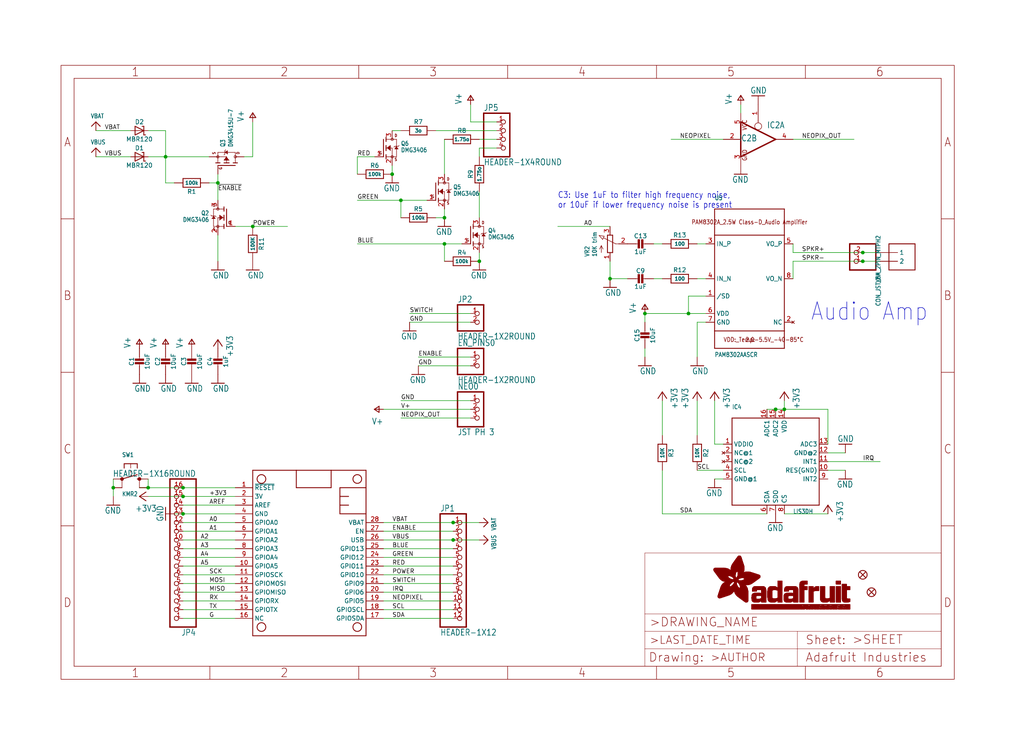
<source format=kicad_sch>
(kicad_sch (version 20211123) (generator eeschema)
  (paper "User" 298.45 217.881)
  (lib_symbols
    (symbol "eagleSchem-eagle-import:+3V3" (power)
      (property "Value" "+3V3" (at -2.54 -5.08 90))
      (symbol "+3V3_1_0"
        (pin power_in line (at 0 -2.54 90) (length 2.54) (name "+3V3") (number "1"))
      )
    )
    (symbol "eagleSchem-eagle-import:741G125DBV"
      (property "Reference" "IC" (at -0.635 -0.635 0))
      (symbol "741G125DBV_1_0"
        (pin input line (at 0 10.16 270) (length 5.08) (name "OE") (number "1"))
        (pin input line (at -10.16 0 0) (length 5.08) (name "I") (number "2"))
        (pin tri_state line (at 10.16 0 180) (length 5.08) (name "O") (number "4"))
      )
      (symbol "741G125DBV_2_0"
        (text "GND" (at 1.905 -6.35 900) (effects (font (size 1.27 1.0795)) (justify left bottom)))
        (text "VCC" (at 1.905 2.54 900) (effects (font (size 1.27 1.0795)) (justify left bottom)))
        (pin power_in line (at 0 -7.62 90) (length 5.08) (name "GND") (number "3"))
        (pin power_in line (at 0 7.62 270) (length 5.08) (name "VCC") (number "5"))
      )
    )
    (symbol "eagleSchem-eagle-import:ACCEL_LIS3DHTR"
      (property "Reference" "U" (at -12.7 15.24 0))
      (property "Value" "ACCEL_LIS3DHTR" (at 5.08 -15.24 0))
      (symbol "ACCEL_LIS3DHTR_1_0"
        (pin power_in line (at -15.24 5.08 0) (length 2.54) (name "VDDIO") (number "1"))
        (pin bidirectional line (at 15.24 -2.54 180) (length 2.54) (name "RES(GND)") (number "10"))
        (pin output line (at 15.24 0 180) (length 2.54) (name "INT1") (number "11"))
        (pin power_in line (at 15.24 2.54 180) (length 2.54) (name "GND@2") (number "12"))
        (pin input line (at 15.24 5.08 180) (length 2.54) (name "ADC3") (number "13"))
        (pin power_in line (at 2.54 15.24 270) (length 2.54) (name "VDD") (number "14"))
        (pin input line (at 0 15.24 270) (length 2.54) (name "ADC2") (number "15"))
        (pin input line (at -2.54 15.24 270) (length 2.54) (name "ADC1") (number "16"))
        (pin no_connect line (at -15.24 2.54 0) (length 2.54) (name "NC@1") (number "2"))
        (pin no_connect line (at -15.24 0 0) (length 2.54) (name "NC@2") (number "3"))
        (pin bidirectional line (at -15.24 -2.54 0) (length 2.54) (name "SCL") (number "4"))
        (pin power_in line (at -15.24 -5.08 0) (length 2.54) (name "GND@1") (number "5"))
        (pin bidirectional line (at -2.54 -15.24 90) (length 2.54) (name "SDA") (number "6"))
        (pin bidirectional line (at 0 -15.24 90) (length 2.54) (name "SDO") (number "7"))
        (pin input line (at 2.54 -15.24 90) (length 2.54) (name "CS") (number "8"))
        (pin output line (at 15.24 -5.08 180) (length 2.54) (name "INT2") (number "9"))
      )
    )
    (symbol "eagleSchem-eagle-import:AUDIOAMP_PAM8302A"
      (property "Reference" "U" (at -10.16 22.86 0))
      (property "Value" "AUDIOAMP_PAM8302A" (at -10.16 -22.86 0))
      (symbol "AUDIOAMP_PAM8302A_1_0"
        (text "2.0-5.5V_-40-85°C" (at -1.27 -17.78 0) (effects (font (size 1.27 1.0795)) (justify left)))
        (text "PAM8302A_2.5W Class-D_Audio Amplifier" (at 0 16.51 0) (effects (font (size 1.27 1.0795))))
        (text "VDD:_Temp:" (at -7.62 -17.78 0) (effects (font (size 1.27 1.0795)) (justify left)))
        (pin input line (at -12.7 -5.08 0) (length 2.54) (name "/SD") (number "1"))
        (pin no_connect line (at 12.7 -12.7 180) (length 2.54) (name "NC") (number "2"))
        (pin input line (at -12.7 10.16 0) (length 2.54) (name "IN_P") (number "3"))
        (pin input line (at -12.7 0 0) (length 2.54) (name "IN_N") (number "4"))
        (pin output line (at 12.7 10.16 180) (length 2.54) (name "VO_P") (number "5"))
        (pin power_in line (at -12.7 -10.16 0) (length 2.54) (name "VDD") (number "6"))
        (pin power_in line (at -12.7 -12.7 0) (length 2.54) (name "GND") (number "7"))
        (pin output line (at 12.7 0 180) (length 2.54) (name "VO_N") (number "8"))
      )
    )
    (symbol "eagleSchem-eagle-import:CAP_CERAMIC0603_NO"
      (property "Reference" "C" (at -2.29 1.25 90))
      (property "Value" "CAP_CERAMIC0603_NO" (at 2.3 1.25 90))
      (symbol "CAP_CERAMIC0603_NO_1_0"
        (pin passive line (at 0 5.08 270) (length 2.54) (name "1") (number "1"))
        (pin passive line (at 0 -2.54 90) (length 2.54) (name "2") (number "2"))
      )
    )
    (symbol "eagleSchem-eagle-import:CAP_CERAMIC0805-NOOUTLINE"
      (property "Reference" "C" (at -2.29 1.25 90))
      (property "Value" "CAP_CERAMIC0805-NOOUTLINE" (at 2.3 1.25 90))
      (symbol "CAP_CERAMIC0805-NOOUTLINE_1_0"
        (pin passive line (at 0 5.08 270) (length 2.54) (name "1") (number "1"))
        (pin passive line (at 0 -2.54 90) (length 2.54) (name "2") (number "2"))
      )
    )
    (symbol "eagleSchem-eagle-import:CON_JST_PH_2PIN_MTPH2"
      (property "Reference" "X" (at 0 5.588 90))
      (property "Value" "CON_JST_PH_2PIN_MTPH2" (at 1.651 5.588 90))
      (symbol "CON_JST_PH_2PIN_MTPH2_1_0"
        (pin passive inverted (at -2.54 2.54 0) (length 2.54) (name "1") (number "1"))
        (pin passive inverted (at -2.54 0 0) (length 2.54) (name "2") (number "2"))
      )
      (symbol "CON_JST_PH_2PIN_MTPH2_2_0"
        (pin bidirectional line (at 0 0 90) (length 2.54) (name "P$1") (number "NC2"))
      )
      (symbol "CON_JST_PH_2PIN_MTPH2_3_0"
        (pin bidirectional line (at 0 0 90) (length 2.54) (name "P$1") (number "NC1"))
      )
    )
    (symbol "eagleSchem-eagle-import:CON_JST_PH_3PIN"
      (property "Reference" "X" (at -6.35 5.715 0))
      (property "Value" "CON_JST_PH_3PIN" (at -6.35 -7.62 0))
      (symbol "CON_JST_PH_3PIN_1_0"
        (pin passive inverted (at -2.54 2.54 0) (length 2.54) (name "1") (number "1"))
        (pin passive inverted (at -2.54 0 0) (length 2.54) (name "2") (number "2"))
        (pin passive inverted (at -2.54 -2.54 0) (length 2.54) (name "3") (number "3"))
      )
    )
    (symbol "eagleSchem-eagle-import:CON_MOLEX_2P"
      (symbol "CON_MOLEX_2P_1_0"
        (pin passive line (at -5.08 2.54 0) (length 5.08) (name "1") (number "1"))
        (pin passive line (at -5.08 0 0) (length 5.08) (name "2") (number "2"))
      )
      (symbol "CON_MOLEX_2P_2_0"
        (pin bidirectional line (at 0 0 0) (length 5.08) (name "MT") (number "M1"))
      )
      (symbol "CON_MOLEX_2P_3_0"
        (pin bidirectional line (at 0 0 0) (length 5.08) (name "MT") (number "M2"))
      )
    )
    (symbol "eagleSchem-eagle-import:DIODE-SCHOTTKYSOD-123"
      (property "Reference" "D" (at 0 2.54 0))
      (property "Value" "DIODE-SCHOTTKYSOD-123" (at 0 -2.5 0))
      (symbol "DIODE-SCHOTTKYSOD-123_1_0"
        (pin passive line (at -2.54 0 0) (length 2.54) (name "A") (number "A"))
        (pin passive line (at 2.54 0 180) (length 2.54) (name "C") (number "C"))
      )
    )
    (symbol "eagleSchem-eagle-import:FEATHERWING"
      (symbol "FEATHERWING_1_0"
        (pin input line (at 5.08 -5.08 90) (length 5.08) (name "~{RESET}") (number "1"))
        (pin bidirectional line (at 27.94 -5.08 90) (length 5.08) (name "GPIOA5") (number "10"))
        (pin bidirectional line (at 30.48 -5.08 90) (length 5.08) (name "GPIOSCK") (number "11"))
        (pin bidirectional line (at 33.02 -5.08 90) (length 5.08) (name "GPIOMOSI") (number "12"))
        (pin bidirectional line (at 35.56 -5.08 90) (length 5.08) (name "GPIOMISO") (number "13"))
        (pin bidirectional line (at 38.1 -5.08 90) (length 5.08) (name "GPIORX") (number "14"))
        (pin bidirectional line (at 40.64 -5.08 90) (length 5.08) (name "GPIOTX") (number "15"))
        (pin passive line (at 43.18 -5.08 90) (length 5.08) (name "NC") (number "16"))
        (pin bidirectional line (at 43.18 38.1 270) (length 5.08) (name "GPIOSDA") (number "17"))
        (pin bidirectional line (at 40.64 38.1 270) (length 5.08) (name "GPIOSCL") (number "18"))
        (pin bidirectional line (at 38.1 38.1 270) (length 5.08) (name "GPIO5") (number "19"))
        (pin power_in line (at 7.62 -5.08 90) (length 5.08) (name "3V") (number "2"))
        (pin bidirectional line (at 35.56 38.1 270) (length 5.08) (name "GPIO6") (number "20"))
        (pin bidirectional line (at 33.02 38.1 270) (length 5.08) (name "GPIO9") (number "21"))
        (pin bidirectional line (at 30.48 38.1 270) (length 5.08) (name "GPIO10") (number "22"))
        (pin bidirectional line (at 27.94 38.1 270) (length 5.08) (name "GPIO11") (number "23"))
        (pin bidirectional line (at 25.4 38.1 270) (length 5.08) (name "GPIO12") (number "24"))
        (pin bidirectional line (at 22.86 38.1 270) (length 5.08) (name "GPIO13") (number "25"))
        (pin power_in line (at 20.32 38.1 270) (length 5.08) (name "USB") (number "26"))
        (pin passive line (at 17.78 38.1 270) (length 5.08) (name "EN") (number "27"))
        (pin power_in line (at 15.24 38.1 270) (length 5.08) (name "VBAT") (number "28"))
        (pin passive line (at 10.16 -5.08 90) (length 5.08) (name "AREF") (number "3"))
        (pin power_in line (at 12.7 -5.08 90) (length 5.08) (name "GND") (number "4"))
        (pin bidirectional line (at 15.24 -5.08 90) (length 5.08) (name "GPIOA0") (number "5"))
        (pin bidirectional line (at 17.78 -5.08 90) (length 5.08) (name "GPIOA1") (number "6"))
        (pin bidirectional line (at 20.32 -5.08 90) (length 5.08) (name "GPIOA2") (number "7"))
        (pin bidirectional line (at 22.86 -5.08 90) (length 5.08) (name "GPIOA3") (number "8"))
        (pin bidirectional line (at 25.4 -5.08 90) (length 5.08) (name "GPIOA4") (number "9"))
      )
    )
    (symbol "eagleSchem-eagle-import:FIDUCIAL_1MM")
    (symbol "eagleSchem-eagle-import:FRAME_A4_ADAFRUIT"
      (symbol "FRAME_A4_ADAFRUIT_1_0"
        (text "1" (at 21.6958 1.905 0) (effects (font (size 2.54 2.286))))
        (text "1" (at 21.6958 177.165 0) (effects (font (size 2.54 2.286))))
        (text "2" (at 65.0875 1.905 0) (effects (font (size 2.54 2.286))))
        (text "2" (at 65.0875 177.165 0) (effects (font (size 2.54 2.286))))
        (text "3" (at 108.4792 1.905 0) (effects (font (size 2.54 2.286))))
        (text "3" (at 108.4792 177.165 0) (effects (font (size 2.54 2.286))))
        (text "4" (at 151.8708 1.905 0) (effects (font (size 2.54 2.286))))
        (text "4" (at 151.8708 177.165 0) (effects (font (size 2.54 2.286))))
        (text "5" (at 195.2625 1.905 0) (effects (font (size 2.54 2.286))))
        (text "5" (at 195.2625 177.165 0) (effects (font (size 2.54 2.286))))
        (text "6" (at 238.6542 1.905 0) (effects (font (size 2.54 2.286))))
        (text "6" (at 238.6542 177.165 0) (effects (font (size 2.54 2.286))))
        (text ">AUTHOR" (at 189.23 5.08 0) (effects (font (size 2.286 2.286)) (justify left bottom)))
        (text ">DRAWING_NAME" (at 171.45 15.24 0) (effects (font (size 2.54 2.54)) (justify left bottom)))
        (text ">LAST_DATE_TIME" (at 171.45 10.16 0) (effects (font (size 2.286 2.286)) (justify left bottom)))
        (text ">SHEET" (at 230.505 10.16 0) (effects (font (size 2.54 2.54)) (justify left bottom)))
        (text "A" (at 1.905 156.6863 0) (effects (font (size 2.54 2.286))))
        (text "A" (at 258.445 156.6863 0) (effects (font (size 2.54 2.286))))
        (text "Adafruit Industries" (at 216.916 4.953 0) (effects (font (size 2.54 2.54)) (justify left bottom)))
        (text "B" (at 1.905 111.9188 0) (effects (font (size 2.54 2.286))))
        (text "B" (at 258.445 111.9188 0) (effects (font (size 2.54 2.286))))
        (text "C" (at 1.905 67.1513 0) (effects (font (size 2.54 2.286))))
        (text "C" (at 258.445 67.1513 0) (effects (font (size 2.54 2.286))))
        (text "D" (at 1.905 22.3838 0) (effects (font (size 2.54 2.286))))
        (text "D" (at 258.445 22.3838 0) (effects (font (size 2.54 2.286))))
        (text "Drawing:" (at 171.196 4.953 0) (effects (font (size 2.54 2.54)) (justify left bottom)))
        (text "Sheet:" (at 216.916 10.033 0) (effects (font (size 2.54 2.54)) (justify left bottom)))
      )
    )
    (symbol "eagleSchem-eagle-import:GND" (power)
      (property "Value" "GND" (at -2.54 -2.54 0))
      (symbol "GND_1_0"
        (pin power_in line (at 0 2.54 270) (length 2.54) (name "GND") (number "1"))
      )
    )
    (symbol "eagleSchem-eagle-import:HEADER-1X12"
      (property "Reference" "JP" (at -6.35 18.415 0))
      (property "Value" "HEADER-1X12" (at -6.35 -17.78 0))
      (symbol "HEADER-1X12_1_0"
        (pin passive inverted (at -2.54 15.24 0) (length 2.54) (name "1") (number "1"))
        (pin passive inverted (at -2.54 -7.62 0) (length 2.54) (name "10") (number "10"))
        (pin passive inverted (at -2.54 -10.16 0) (length 2.54) (name "11") (number "11"))
        (pin passive inverted (at -2.54 -12.7 0) (length 2.54) (name "12") (number "12"))
        (pin passive inverted (at -2.54 12.7 0) (length 2.54) (name "2") (number "2"))
        (pin passive inverted (at -2.54 10.16 0) (length 2.54) (name "3") (number "3"))
        (pin passive inverted (at -2.54 7.62 0) (length 2.54) (name "4") (number "4"))
        (pin passive inverted (at -2.54 5.08 0) (length 2.54) (name "5") (number "5"))
        (pin passive inverted (at -2.54 2.54 0) (length 2.54) (name "6") (number "6"))
        (pin passive inverted (at -2.54 0 0) (length 2.54) (name "7") (number "7"))
        (pin passive inverted (at -2.54 -2.54 0) (length 2.54) (name "8") (number "8"))
        (pin passive inverted (at -2.54 -5.08 0) (length 2.54) (name "9") (number "9"))
      )
    )
    (symbol "eagleSchem-eagle-import:HEADER-1X16ROUND"
      (property "Reference" "JP" (at -6.35 20.955 0))
      (property "Value" "HEADER-1X16ROUND" (at -6.35 -25.4 0))
      (symbol "HEADER-1X16ROUND_1_0"
        (pin passive inverted (at -2.54 17.78 0) (length 2.54) (name "1") (number "1"))
        (pin passive inverted (at -2.54 -5.08 0) (length 2.54) (name "10") (number "10"))
        (pin passive inverted (at -2.54 -7.62 0) (length 2.54) (name "11") (number "11"))
        (pin passive inverted (at -2.54 -10.16 0) (length 2.54) (name "12") (number "12"))
        (pin passive inverted (at -2.54 -12.7 0) (length 2.54) (name "13") (number "13"))
        (pin passive inverted (at -2.54 -15.24 0) (length 2.54) (name "14") (number "14"))
        (pin passive inverted (at -2.54 -17.78 0) (length 2.54) (name "15") (number "15"))
        (pin passive inverted (at -2.54 -20.32 0) (length 2.54) (name "16") (number "16"))
        (pin passive inverted (at -2.54 15.24 0) (length 2.54) (name "2") (number "2"))
        (pin passive inverted (at -2.54 12.7 0) (length 2.54) (name "3") (number "3"))
        (pin passive inverted (at -2.54 10.16 0) (length 2.54) (name "4") (number "4"))
        (pin passive inverted (at -2.54 7.62 0) (length 2.54) (name "5") (number "5"))
        (pin passive inverted (at -2.54 5.08 0) (length 2.54) (name "6") (number "6"))
        (pin passive inverted (at -2.54 2.54 0) (length 2.54) (name "7") (number "7"))
        (pin passive inverted (at -2.54 0 0) (length 2.54) (name "8") (number "8"))
        (pin passive inverted (at -2.54 -2.54 0) (length 2.54) (name "9") (number "9"))
      )
    )
    (symbol "eagleSchem-eagle-import:HEADER-1X2ROUND"
      (property "Reference" "JP" (at -6.35 5.715 0))
      (property "Value" "HEADER-1X2ROUND" (at -6.35 -5.08 0))
      (symbol "HEADER-1X2ROUND_1_0"
        (pin passive inverted (at -2.54 2.54 0) (length 2.54) (name "1") (number "1"))
        (pin passive inverted (at -2.54 0 0) (length 2.54) (name "2") (number "2"))
      )
    )
    (symbol "eagleSchem-eagle-import:HEADER-1X4ROUND"
      (property "Reference" "JP" (at -6.35 8.255 0))
      (property "Value" "HEADER-1X4ROUND" (at -6.35 -7.62 0))
      (symbol "HEADER-1X4ROUND_1_0"
        (pin passive inverted (at -2.54 5.08 0) (length 2.54) (name "1") (number "1"))
        (pin passive inverted (at -2.54 2.54 0) (length 2.54) (name "2") (number "2"))
        (pin passive inverted (at -2.54 0 0) (length 2.54) (name "3") (number "3"))
        (pin passive inverted (at -2.54 -2.54 0) (length 2.54) (name "4") (number "4"))
      )
    )
    (symbol "eagleSchem-eagle-import:MOSFET-NWIDE"
      (property "Reference" "Q" (at 5.08 0.635 0))
      (property "Value" "MOSFET-NWIDE" (at 5.08 -1.27 0))
      (symbol "MOSFET-NWIDE_1_0"
        (text "D" (at 3.175 3.175 0) (effects (font (size 0.8128 0.6908)) (justify left bottom)))
        (text "G" (at -1.27 -1.905 0) (effects (font (size 0.8128 0.6908)) (justify left bottom)))
        (text "S" (at 3.175 -3.81 0) (effects (font (size 0.8128 0.6908)) (justify left bottom)))
        (pin bidirectional line (at -2.54 -2.54 0) (length 2.54) (name "G") (number "1"))
        (pin bidirectional line (at 2.54 -5.08 90) (length 2.54) (name "S") (number "2"))
        (pin bidirectional line (at 2.54 5.08 270) (length 2.54) (name "D") (number "3"))
      )
    )
    (symbol "eagleSchem-eagle-import:MOSFET-PWIDE"
      (property "Reference" "Q" (at 2.794 0.381 0))
      (property "Value" "MOSFET-PWIDE" (at 2.794 -1.905 0))
      (symbol "MOSFET-PWIDE_1_0"
        (text "D" (at 0.635 -3.81 0) (effects (font (size 0.8128 0.6908)) (justify left bottom)))
        (text "G" (at -3.81 1.27 0) (effects (font (size 0.8128 0.6908)) (justify left bottom)))
        (text "S" (at 0.635 3.175 0) (effects (font (size 0.8128 0.6908)) (justify left bottom)))
        (pin passive line (at -5.08 2.54 0) (length 2.54) (name "G") (number "1"))
        (pin passive line (at 0 5.08 270) (length 2.54) (name "S") (number "2"))
        (pin passive line (at 0 -5.08 90) (length 2.54) (name "D") (number "3"))
      )
    )
    (symbol "eagleSchem-eagle-import:RESISTOR_0603_NOOUT"
      (property "Reference" "R" (at 0 2.54 0))
      (property "Value" "RESISTOR_0603_NOOUT" (at 0 0 0))
      (symbol "RESISTOR_0603_NOOUT_1_0"
        (pin passive line (at -5.08 0 0) (length 2.54) (name "1") (number "1"))
        (pin passive line (at 5.08 0 180) (length 2.54) (name "2") (number "2"))
      )
    )
    (symbol "eagleSchem-eagle-import:RESISTOR_1206"
      (property "Reference" "R" (at 0 2.54 0))
      (property "Value" "RESISTOR_1206" (at 0 0 0))
      (symbol "RESISTOR_1206_1_0"
        (pin passive line (at -5.08 0 0) (length 2.54) (name "1") (number "1"))
        (pin passive line (at 5.08 0 180) (length 2.54) (name "2") (number "2"))
      )
    )
    (symbol "eagleSchem-eagle-import:SWITCH_TACT_SMT4.6X2.8"
      (property "Reference" "SW" (at -2.54 6.35 0))
      (property "Value" "SWITCH_TACT_SMT4.6X2.8" (at -2.54 -5.08 0))
      (symbol "SWITCH_TACT_SMT4.6X2.8_1_0"
        (pin passive line (at -5.08 0 0) (length 2.54) (name "P") (number "A"))
        (pin passive line (at -5.08 -2.54 0) (length 2.54) (name "P1") (number "A'"))
        (pin passive line (at 5.08 0 180) (length 2.54) (name "S") (number "B"))
        (pin passive line (at 5.08 -2.54 180) (length 2.54) (name "S1") (number "B'"))
      )
    )
    (symbol "eagleSchem-eagle-import:TRIMPOT3303W{slash}X"
      (property "Reference" "VR" (at -5.969 -3.81 90))
      (property "Value" "TRIMPOT3303W{slash}X" (at -3.81 -3.81 90))
      (symbol "TRIMPOT3303W{slash}X_1_0"
        (pin passive line (at 0 -5.08 90) (length 2.54) (name "A") (number "1"))
        (pin passive line (at 5.08 0 180) (length 2.54) (name "S") (number "2"))
        (pin passive line (at 0 5.08 270) (length 2.54) (name "E") (number "3"))
      )
    )
    (symbol "eagleSchem-eagle-import:V+" (power)
      (property "Value" "V+" (at -2.54 -2.54 90))
      (symbol "V+_1_0"
        (pin power_in line (at 0 -2.54 90) (length 2.54) (name "V+") (number "1"))
      )
    )
    (symbol "eagleSchem-eagle-import:VBAT" (power)
      (property "Value" "VBAT" (at -1.524 1.016 0))
      (symbol "VBAT_1_0"
        (pin power_in line (at 0 -2.54 90) (length 2.54) (name "VBAT") (number "1"))
      )
    )
    (symbol "eagleSchem-eagle-import:VBUS" (power)
      (property "Value" "VBUS" (at -1.524 1.016 0))
      (symbol "VBUS_1_0"
        (pin power_in line (at 0 -2.54 90) (length 2.54) (name "VBUS") (number "1"))
      )
    )
  )
  (junction (at 132.08 152.4))
  (junction (at 43.18 142.24))
  (junction (at 129.54 71.12))
  (junction (at 200.66 91.44))
  (junction (at 139.7 76.2))
  (junction (at 251.46 73.66))
  (junction (at 116.84 58.42))
  (junction (at 33.02 142.24))
  (junction (at 187.96 91.44))
  (junction (at 53.34 149.86))
  (junction (at 114.3 50.8))
  (junction (at 53.34 142.24))
  (junction (at 129.54 63.5))
  (junction (at 228.6 119.38))
  (junction (at 177.8 81.28))
  (junction (at 251.46 76.2))
  (junction (at 226.06 119.38))
  (junction (at 48.26 45.72))
  (junction (at 132.08 157.48))
  (junction (at 53.34 144.78))
  (junction (at 73.66 66.04))
  (junction (at 63.5 53.34))
  (wire (pts (xy 53.34 162.56) (xy 68.58 162.56)))
  (wire (pts (xy 226.06 119.38) (xy 223.52 119.38)))
  (wire (pts (xy 139.7 45.72) (xy 139.7 43.18)))
  (wire (pts (xy 162.56 66.04) (xy 177.8 66.04)))
  (wire (pts (xy 241.3 134.62) (xy 256.54 134.62)))
  (wire (pts (xy 251.46 76.2) (xy 256.54 76.2)))
  (wire (pts (xy 137.16 104.14) (xy 121.92 104.14)))
  (wire (pts (xy 53.34 177.8) (xy 68.58 177.8)))
  (wire (pts (xy 63.5 50.8) (xy 63.5 53.34)))
  (wire (pts (xy 53.34 144.78) (xy 43.18 144.78)))
  (wire (pts (xy 210.82 129.54) (xy 208.28 129.54)))
  (wire (pts (xy 134.62 71.12) (xy 129.54 71.12)))
  (wire (pts (xy 139.7 55.88) (xy 139.7 63.5)))
  (wire (pts (xy 137.16 35.56) (xy 137.16 30.48)))
  (wire (pts (xy 200.66 86.36) (xy 200.66 91.44)))
  (wire (pts (xy 68.58 66.04) (xy 73.66 66.04)))
  (wire (pts (xy 205.74 93.98) (xy 203.2 93.98)))
  (wire (pts (xy 127 63.5) (xy 129.54 63.5)))
  (wire (pts (xy 104.14 45.72) (xy 109.22 45.72)))
  (wire (pts (xy 53.34 152.4) (xy 68.58 152.4)))
  (wire (pts (xy 132.08 157.48) (xy 111.76 157.48)))
  (wire (pts (xy 53.34 147.32) (xy 68.58 147.32)))
  (wire (pts (xy 132.08 167.64) (xy 111.76 167.64)))
  (wire (pts (xy 210.82 137.16) (xy 203.2 137.16)))
  (wire (pts (xy 137.16 121.92) (xy 116.84 121.92)))
  (wire (pts (xy 53.34 167.64) (xy 68.58 167.64)))
  (wire (pts (xy 144.78 35.56) (xy 137.16 35.56)))
  (wire (pts (xy 73.66 45.72) (xy 73.66 35.56)))
  (wire (pts (xy 132.08 160.02) (xy 111.76 160.02)))
  (wire (pts (xy 223.52 149.86) (xy 193.04 149.86)))
  (wire (pts (xy 53.34 157.48) (xy 68.58 157.48)))
  (wire (pts (xy 116.84 38.1) (xy 114.3 38.1)))
  (wire (pts (xy 203.2 127) (xy 203.2 116.84)))
  (wire (pts (xy 205.74 86.36) (xy 200.66 86.36)))
  (wire (pts (xy 203.2 93.98) (xy 203.2 104.14)))
  (wire (pts (xy 43.18 139.7) (xy 43.18 142.24)))
  (wire (pts (xy 241.3 149.86) (xy 228.6 149.86)))
  (wire (pts (xy 182.88 81.28) (xy 177.8 81.28)))
  (wire (pts (xy 132.08 170.18) (xy 111.76 170.18)))
  (wire (pts (xy 129.54 40.64) (xy 129.54 50.8)))
  (wire (pts (xy 116.84 58.42) (xy 124.46 58.42)))
  (wire (pts (xy 190.5 71.12) (xy 193.04 71.12)))
  (wire (pts (xy 71.12 45.72) (xy 73.66 45.72)))
  (wire (pts (xy 231.14 73.66) (xy 251.46 73.66)))
  (wire (pts (xy 33.02 142.24) (xy 33.02 144.78)))
  (wire (pts (xy 132.08 152.4) (xy 111.76 152.4)))
  (wire (pts (xy 119.38 91.44) (xy 137.16 91.44)))
  (wire (pts (xy 137.16 116.84) (xy 116.84 116.84)))
  (wire (pts (xy 241.3 119.38) (xy 228.6 119.38)))
  (wire (pts (xy 187.96 91.44) (xy 187.96 93.98)))
  (wire (pts (xy 43.18 45.72) (xy 48.26 45.72)))
  (wire (pts (xy 132.08 177.8) (xy 111.76 177.8)))
  (wire (pts (xy 63.5 76.2) (xy 63.5 68.58)))
  (wire (pts (xy 68.58 144.78) (xy 53.34 144.78)))
  (wire (pts (xy 231.14 40.64) (xy 248.92 40.64)))
  (wire (pts (xy 53.34 149.86) (xy 68.58 149.86)))
  (wire (pts (xy 241.3 137.16) (xy 246.38 137.16)))
  (wire (pts (xy 40.64 142.24) (xy 43.18 142.24)))
  (wire (pts (xy 132.08 157.48) (xy 139.7 157.48)))
  (wire (pts (xy 132.08 172.72) (xy 111.76 172.72)))
  (wire (pts (xy 104.14 45.72) (xy 104.14 50.8)))
  (wire (pts (xy 132.08 152.4) (xy 139.7 152.4)))
  (wire (pts (xy 38.1 38.1) (xy 27.94 38.1)))
  (wire (pts (xy 241.3 132.08) (xy 246.38 132.08)))
  (wire (pts (xy 200.66 91.44) (xy 187.96 91.44)))
  (wire (pts (xy 104.14 58.42) (xy 116.84 58.42)))
  (wire (pts (xy 139.7 43.18) (xy 144.78 43.18)))
  (wire (pts (xy 127 38.1) (xy 144.78 38.1)))
  (wire (pts (xy 116.84 63.5) (xy 116.84 58.42)))
  (wire (pts (xy 121.92 106.68) (xy 137.16 106.68)))
  (wire (pts (xy 177.8 81.28) (xy 177.8 76.2)))
  (wire (pts (xy 231.14 76.2) (xy 251.46 76.2)))
  (wire (pts (xy 53.34 149.86) (xy 50.8 149.86)))
  (wire (pts (xy 208.28 129.54) (xy 208.28 116.84)))
  (wire (pts (xy 205.74 71.12) (xy 203.2 71.12)))
  (wire (pts (xy 187.96 101.6) (xy 187.96 104.14)))
  (wire (pts (xy 48.26 53.34) (xy 50.8 53.34)))
  (wire (pts (xy 132.08 162.56) (xy 111.76 162.56)))
  (wire (pts (xy 205.74 91.44) (xy 200.66 91.44)))
  (wire (pts (xy 144.78 40.64) (xy 139.7 40.64)))
  (wire (pts (xy 129.54 63.5) (xy 129.54 60.96)))
  (wire (pts (xy 251.46 73.66) (xy 256.54 73.66)))
  (wire (pts (xy 53.34 160.02) (xy 68.58 160.02)))
  (wire (pts (xy 68.58 142.24) (xy 53.34 142.24)))
  (wire (pts (xy 60.96 53.34) (xy 63.5 53.34)))
  (wire (pts (xy 139.7 76.2) (xy 139.7 73.66)))
  (wire (pts (xy 38.1 45.72) (xy 27.94 45.72)))
  (wire (pts (xy 132.08 175.26) (xy 111.76 175.26)))
  (wire (pts (xy 231.14 76.2) (xy 231.14 81.28)))
  (wire (pts (xy 241.3 129.54) (xy 241.3 119.38)))
  (wire (pts (xy 111.76 154.94) (xy 132.08 154.94)))
  (wire (pts (xy 193.04 149.86) (xy 193.04 137.16)))
  (wire (pts (xy 53.34 175.26) (xy 68.58 175.26)))
  (wire (pts (xy 195.58 40.64) (xy 210.82 40.64)))
  (wire (pts (xy 215.9 33.02) (xy 215.9 30.48)))
  (wire (pts (xy 60.96 45.72) (xy 48.26 45.72)))
  (wire (pts (xy 33.02 139.7) (xy 33.02 142.24)))
  (wire (pts (xy 193.04 116.84) (xy 193.04 127)))
  (wire (pts (xy 48.26 45.72) (xy 48.26 53.34)))
  (wire (pts (xy 48.26 38.1) (xy 43.18 38.1)))
  (wire (pts (xy 137.16 93.98) (xy 119.38 93.98)))
  (wire (pts (xy 111.76 119.38) (xy 137.16 119.38)))
  (wire (pts (xy 114.3 48.26) (xy 114.3 50.8)))
  (wire (pts (xy 53.34 170.18) (xy 68.58 170.18)))
  (wire (pts (xy 231.14 73.66) (xy 231.14 71.12)))
  (wire (pts (xy 132.08 180.34) (xy 111.76 180.34)))
  (wire (pts (xy 53.34 172.72) (xy 68.58 172.72)))
  (wire (pts (xy 205.74 81.28) (xy 203.2 81.28)))
  (wire (pts (xy 48.26 45.72) (xy 48.26 38.1)))
  (wire (pts (xy 73.66 66.04) (xy 83.82 66.04)))
  (wire (pts (xy 63.5 53.34) (xy 63.5 58.42)))
  (wire (pts (xy 193.04 81.28) (xy 190.5 81.28)))
  (wire (pts (xy 228.6 116.84) (xy 228.6 119.38)))
  (wire (pts (xy 53.34 154.94) (xy 68.58 154.94)))
  (wire (pts (xy 53.34 142.24) (xy 43.18 142.24)))
  (wire (pts (xy 208.28 139.7) (xy 210.82 139.7)))
  (wire (pts (xy 53.34 165.1) (xy 68.58 165.1)))
  (wire (pts (xy 228.6 119.38) (xy 226.06 119.38)))
  (wire (pts (xy 68.58 180.34) (xy 53.34 180.34)))
  (wire (pts (xy 129.54 71.12) (xy 104.14 71.12)))
  (wire (pts (xy 129.54 76.2) (xy 129.54 71.12)))
  (wire (pts (xy 132.08 165.1) (xy 111.76 165.1)))
  (text "C3: Use 1uF to filter high frequency noise,\nor 10uF if lower frequency noise is present" (at 162.56 60.96 180) (effects (font (size 1.778 1.5113)) (justify left bottom)))
  (text "Audio Amp" (at 236.22 93.98 180) (effects (font (size 5.08 4.318)) (justify left bottom)))
  (label "IRQ" (at 251.46 134.62 0) (effects (font (size 1.2446 1.2446))))
  (label "SCK" (at 60.96 167.64 0) (effects (font (size 1.2446 1.2446))))
  (label "A0" (at 170.18 66.04 0) (effects (font (size 1.2446 1.2446))))
  (label "GREEN" (at 114.3 162.56 0) (effects (font (size 1.2446 1.2446))))
  (label "ENABLE" (at 114.3 154.94 0) (effects (font (size 1.2446 1.2446))))
  (label "NEOPIX_OUT" (at 116.84 121.92 0) (effects (font (size 1.2446 1.2446))))
  (label "SDA" (at 114.3 180.34 0) (effects (font (size 1.2446 1.2446))))
  (label "+3V3" (at 60.96 144.78 0) (effects (font (size 1.2446 1.2446))))
  (label "RX" (at 60.96 175.26 0) (effects (font (size 1.2446 1.2446))))
  (label "VBAT" (at 114.3 152.4 0) (effects (font (size 1.2446 1.2446))))
  (label "A4" (at 58.42 162.56 0) (effects (font (size 1.2446 1.2446))))
  (label "A1" (at 60.96 154.94 0) (effects (font (size 1.2446 1.2446))))
  (label "NEOPIXEL" (at 114.3 175.26 0) (effects (font (size 1.2446 1.2446))))
  (label "SPKR+" (at 233.68 73.66 0) (effects (font (size 1.2446 1.2446))))
  (label "BLUE" (at 104.14 71.12 0) (effects (font (size 1.2446 1.2446))))
  (label "A3" (at 58.42 160.02 0) (effects (font (size 1.2446 1.2446))))
  (label "AREF" (at 60.96 147.32 0) (effects (font (size 1.2446 1.2446))))
  (label "POWER" (at 73.66 66.04 0) (effects (font (size 1.2446 1.2446))))
  (label "IRQ" (at 114.3 172.72 0) (effects (font (size 1.2446 1.2446))))
  (label "VBAT" (at 30.48 38.1 0) (effects (font (size 1.2446 1.2446))))
  (label "RED" (at 114.3 165.1 0) (effects (font (size 1.2446 1.2446))))
  (label "ENABLE" (at 121.92 104.14 0) (effects (font (size 1.2446 1.2446))))
  (label "~{ENABLE}" (at 63.5 55.88 0) (effects (font (size 1.2446 1.2446))))
  (label "SPKR-" (at 233.68 76.2 0) (effects (font (size 1.2446 1.2446))))
  (label "MISO" (at 60.96 172.72 0) (effects (font (size 1.2446 1.2446))))
  (label "V+" (at 116.84 119.38 0) (effects (font (size 1.2446 1.2446))))
  (label "GND" (at 121.92 106.68 0) (effects (font (size 1.2446 1.2446))))
  (label "G" (at 60.96 180.34 0) (effects (font (size 1.2446 1.2446))))
  (label "A2" (at 58.42 157.48 0) (effects (font (size 1.2446 1.2446))))
  (label "GREEN" (at 104.14 58.42 0) (effects (font (size 1.2446 1.2446))))
  (label "GND" (at 116.84 116.84 0) (effects (font (size 1.2446 1.2446))))
  (label "MOSI" (at 60.96 170.18 0) (effects (font (size 1.2446 1.2446))))
  (label "RED" (at 104.14 45.72 0) (effects (font (size 1.2446 1.2446))))
  (label "A5" (at 58.42 165.1 0) (effects (font (size 1.2446 1.2446))))
  (label "SWITCH" (at 119.38 91.44 0) (effects (font (size 1.2446 1.2446))))
  (label "SDA" (at 198.12 149.86 0) (effects (font (size 1.2446 1.2446))))
  (label "NEOPIXEL" (at 198.12 40.64 0) (effects (font (size 1.2446 1.2446))))
  (label "SWITCH" (at 114.3 170.18 0) (effects (font (size 1.2446 1.2446))))
  (label "GND" (at 119.38 93.98 0) (effects (font (size 1.2446 1.2446))))
  (label "TX" (at 60.96 177.8 0) (effects (font (size 1.2446 1.2446))))
  (label "BLUE" (at 114.3 160.02 0) (effects (font (size 1.2446 1.2446))))
  (label "SCL" (at 114.3 177.8 0) (effects (font (size 1.2446 1.2446))))
  (label "VBUS" (at 30.48 45.72 0) (effects (font (size 1.2446 1.2446))))
  (label "SCL" (at 203.2 137.16 0) (effects (font (size 1.2446 1.2446))))
  (label "A0" (at 60.96 152.4 0) (effects (font (size 1.2446 1.2446))))
  (label "NEOPIX_OUT" (at 233.68 40.64 0) (effects (font (size 1.2446 1.2446))))
  (label "VBUS" (at 114.3 157.48 0) (effects (font (size 1.2446 1.2446))))
  (label "POWER" (at 114.3 167.64 0) (effects (font (size 1.2446 1.2446))))
  (symbol (lib_id "eagleSchem-eagle-import:GND") (at 220.98 27.94 180) (unit 1)
    (property "Reference" "#GND2" (effects hide))
    (property "Value" "GND" (at 223.52 25.4 0) (effects (font (size 1.778 1.5113)) (justify left bottom)))
    (property "Footprint" "eagleSchem:" (effects hide))
  )
  (symbol (lib_id "eagleSchem-eagle-import:TRIMPOT3303W{slash}X") (at 177.8 71.12 0) (unit 1)
    (property "Reference" "VR2" (at 171.831 74.93 90) (effects (font (size 1.27 1.0795)) (justify left bottom)))
    (property "Value" "10K trim" (at 173.99 74.93 90) (effects (font (size 1.27 1.0795)) (justify left bottom)))
    (property "Footprint" "eagleSchem:TRIMPOT_BOURNS_3303W" (effects hide))
  )
  (symbol (lib_id "eagleSchem-eagle-import:GND") (at 119.38 96.52 0) (unit 1)
    (property "Reference" "#GND11" (effects hide))
    (property "Value" "GND" (at 116.84 99.06 0) (effects (font (size 1.778 1.5113)) (justify left bottom)))
    (property "Footprint" "eagleSchem:" (effects hide))
  )
  (symbol (lib_id "eagleSchem-eagle-import:CAP_CERAMIC0603_NO") (at 185.42 71.12 270) (unit 1)
    (property "Reference" "C13" (at 186.67 68.83 90))
    (property "Value" "1uF" (at 186.67 73.42 90))
    (property "Footprint" "eagleSchem:0603-NO" (effects hide))
  )
  (symbol (lib_id "eagleSchem-eagle-import:RESISTOR_0603_NOOUT") (at 109.22 50.8 0) (unit 1)
    (property "Reference" "R6" (at 109.22 48.26 0))
    (property "Value" "100k" (at 109.22 50.8 0) (effects (font (size 1.016 1.016) bold)))
    (property "Footprint" "eagleSchem:0603-NO" (effects hide))
  )
  (symbol (lib_id "eagleSchem-eagle-import:DIODE-SCHOTTKYSOD-123") (at 40.64 38.1 0) (unit 1)
    (property "Reference" "D2" (at 40.64 35.56 0))
    (property "Value" "MBR120" (at 40.64 40.6 0))
    (property "Footprint" "eagleSchem:SOD-123" (effects hide))
  )
  (symbol (lib_id "eagleSchem-eagle-import:DIODE-SCHOTTKYSOD-123") (at 40.64 45.72 0) (unit 1)
    (property "Reference" "D1" (at 40.64 43.18 0))
    (property "Value" "MBR120" (at 40.64 48.22 0))
    (property "Footprint" "eagleSchem:SOD-123" (effects hide))
  )
  (symbol (lib_id "eagleSchem-eagle-import:CON_JST_PH_3PIN") (at 139.7 119.38 0) (unit 1)
    (property "Reference" "NEO0" (at 133.35 113.665 0) (effects (font (size 1.778 1.5113)) (justify left bottom)))
    (property "Value" "JST PH 3" (at 133.35 127 0) (effects (font (size 1.778 1.5113)) (justify left bottom)))
    (property "Footprint" "eagleSchem:JSTPH3" (effects hide))
  )
  (symbol (lib_id "eagleSchem-eagle-import:CON_JST_PH_2PIN_MTPH2") (at 248.92 73.66 180) (unit 1)
    (property "Reference" "X6" (at 255.27 79.375 90) (effects (font (size 1.27 1.0795)) (justify left bottom)))
    (property "Value" "CON_JST_PH_2PIN_MTPH2" (at 255.27 68.58 90) (effects (font (size 1.27 1.0795)) (justify left bottom)))
    (property "Footprint" "eagleSchem:JSTPH2" (effects hide))
  )
  (symbol (lib_id "eagleSchem-eagle-import:CAP_CERAMIC0603_NO") (at 63.5 106.68 0) (unit 1)
    (property "Reference" "C4" (at 61.21 105.43 90))
    (property "Value" "1uF" (at 65.8 105.43 90))
    (property "Footprint" "eagleSchem:0603-NO" (effects hide))
  )
  (symbol (lib_id "eagleSchem-eagle-import:RESISTOR_0603_NOOUT") (at 203.2 132.08 270) (unit 1)
    (property "Reference" "R2" (at 205.74 132.08 0))
    (property "Value" "10K" (at 203.2 132.08 0) (effects (font (size 1.016 1.016) bold)))
    (property "Footprint" "eagleSchem:0603-NO" (effects hide))
  )
  (symbol (lib_id "eagleSchem-eagle-import:GND") (at 33.02 147.32 0) (unit 1)
    (property "Reference" "#GND4" (effects hide))
    (property "Value" "GND" (at 30.48 149.86 0) (effects (font (size 1.778 1.5113)) (justify left bottom)))
    (property "Footprint" "eagleSchem:" (effects hide))
  )
  (symbol (lib_id "eagleSchem-eagle-import:VBAT") (at 142.24 152.4 270) (unit 1)
    (property "Reference" "#U$7" (effects hide))
    (property "Value" "VBAT" (at 143.256 150.876 0) (effects (font (size 1.27 1.0795)) (justify left bottom)))
    (property "Footprint" "eagleSchem:" (effects hide))
  )
  (symbol (lib_id "eagleSchem-eagle-import:GND") (at 121.92 109.22 0) (unit 1)
    (property "Reference" "#GND10" (effects hide))
    (property "Value" "GND" (at 119.38 111.76 0) (effects (font (size 1.778 1.5113)) (justify left bottom)))
    (property "Footprint" "eagleSchem:" (effects hide))
  )
  (symbol (lib_id "eagleSchem-eagle-import:V+") (at 73.66 33.02 0) (unit 1)
    (property "Reference" "#P+1" (effects hide))
    (property "Value" "V+" (at 71.12 35.56 90) (effects (font (size 1.778 1.5113)) (justify left bottom)))
    (property "Footprint" "eagleSchem:" (effects hide))
  )
  (symbol (lib_id "eagleSchem-eagle-import:FEATHERWING") (at 73.66 137.16 270) (unit 1)
    (property "Reference" "MS1" (effects hide))
    (property "Value" "FEATHERWING" (effects hide))
    (property "Footprint" "eagleSchem:FEATHERWING" (effects hide))
  )
  (symbol (lib_id "eagleSchem-eagle-import:CAP_CERAMIC0805-NOOUTLINE") (at 40.64 106.68 0) (unit 1)
    (property "Reference" "C1" (at 38.35 105.43 90))
    (property "Value" "10uF" (at 42.94 105.43 90))
    (property "Footprint" "eagleSchem:0805-NO" (effects hide))
  )
  (symbol (lib_id "eagleSchem-eagle-import:VBAT") (at 27.94 35.56 0) (unit 1)
    (property "Reference" "#U$2" (effects hide))
    (property "Value" "VBAT" (at 26.416 34.544 0) (effects (font (size 1.27 1.0795)) (justify left bottom)))
    (property "Footprint" "eagleSchem:" (effects hide))
  )
  (symbol (lib_id "eagleSchem-eagle-import:+3V3") (at 228.6 114.3 0) (mirror y) (unit 1)
    (property "Reference" "#+3V11" (effects hide))
    (property "Value" "+3V3" (at 231.14 119.38 90) (effects (font (size 1.778 1.5113)) (justify left bottom)))
    (property "Footprint" "eagleSchem:" (effects hide))
  )
  (symbol (lib_id "eagleSchem-eagle-import:GND") (at 55.88 111.76 0) (unit 1)
    (property "Reference" "#U$11" (effects hide))
    (property "Value" "GND" (at 54.356 114.3 0) (effects (font (size 1.778 1.5113)) (justify left bottom)))
    (property "Footprint" "eagleSchem:" (effects hide))
  )
  (symbol (lib_id "eagleSchem-eagle-import:V+") (at 187.96 88.9 0) (unit 1)
    (property "Reference" "#P+3" (effects hide))
    (property "Value" "V+" (at 185.42 91.44 90) (effects (font (size 1.778 1.5113)) (justify left bottom)))
    (property "Footprint" "eagleSchem:" (effects hide))
  )
  (symbol (lib_id "eagleSchem-eagle-import:GND") (at 129.54 66.04 0) (unit 1)
    (property "Reference" "#GND7" (effects hide))
    (property "Value" "GND" (at 127 68.58 0) (effects (font (size 1.778 1.5113)) (justify left bottom)))
    (property "Footprint" "eagleSchem:" (effects hide))
  )
  (symbol (lib_id "eagleSchem-eagle-import:GND") (at 246.38 139.7 0) (unit 1)
    (property "Reference" "#GND9" (effects hide))
    (property "Value" "GND" (at 243.84 142.24 0) (effects (font (size 1.778 1.5113)) (justify left bottom)))
    (property "Footprint" "eagleSchem:" (effects hide))
  )
  (symbol (lib_id "eagleSchem-eagle-import:RESISTOR_0603_NOOUT") (at 134.62 76.2 0) (unit 1)
    (property "Reference" "R4" (at 134.62 73.66 0))
    (property "Value" "100k" (at 134.62 76.2 0) (effects (font (size 1.016 1.016) bold)))
    (property "Footprint" "eagleSchem:0603-NO" (effects hide))
  )
  (symbol (lib_id "eagleSchem-eagle-import:HEADER-1X12") (at 134.62 167.64 0) (unit 1)
    (property "Reference" "JP1" (at 128.27 149.225 0) (effects (font (size 1.778 1.5113)) (justify left bottom)))
    (property "Value" "HEADER-1X12" (at 128.27 185.42 0) (effects (font (size 1.778 1.5113)) (justify left bottom)))
    (property "Footprint" "eagleSchem:1X12_ROUND" (effects hide))
  )
  (symbol (lib_id "eagleSchem-eagle-import:RESISTOR_1206") (at 134.62 40.64 0) (unit 1)
    (property "Reference" "R8" (at 134.62 38.1 0))
    (property "Value" "1.75o" (at 134.62 40.64 0) (effects (font (size 1.016 1.016) bold)))
    (property "Footprint" "eagleSchem:_1206" (effects hide))
  )
  (symbol (lib_id "eagleSchem-eagle-import:FIDUCIAL_1MM") (at 251.46 167.64 0) (unit 1)
    (property "Reference" "FID3" (effects hide))
    (property "Value" "FIDUCIAL_1MM" (effects hide))
    (property "Footprint" "eagleSchem:FIDUCIAL_1MM" (effects hide))
  )
  (symbol (lib_id "eagleSchem-eagle-import:V+") (at 215.9 27.94 0) (unit 1)
    (property "Reference" "#P+2" (effects hide))
    (property "Value" "V+" (at 213.36 30.48 90) (effects (font (size 1.778 1.5113)) (justify left bottom)))
    (property "Footprint" "eagleSchem:" (effects hide))
  )
  (symbol (lib_id "eagleSchem-eagle-import:CON_MOLEX_2P") (at 261.62 76.2 0) (unit 1)
    (property "Reference" "U$1" (effects hide))
    (property "Value" "CON_MOLEX_2P" (effects hide))
    (property "Footprint" "eagleSchem:53398-0271" (effects hide))
  )
  (symbol (lib_id "eagleSchem-eagle-import:+3V3") (at 203.2 114.3 0) (unit 1)
    (property "Reference" "#+3V13" (effects hide))
    (property "Value" "+3V3" (at 200.66 119.38 90) (effects (font (size 1.778 1.5113)) (justify left bottom)))
    (property "Footprint" "eagleSchem:" (effects hide))
  )
  (symbol (lib_id "eagleSchem-eagle-import:+3V3") (at 208.28 114.3 0) (mirror y) (unit 1)
    (property "Reference" "#+3V12" (effects hide))
    (property "Value" "+3V3" (at 210.82 119.38 90) (effects (font (size 1.778 1.5113)) (justify left bottom)))
    (property "Footprint" "eagleSchem:" (effects hide))
  )
  (symbol (lib_id "eagleSchem-eagle-import:MOSFET-NWIDE") (at 66.04 63.5 0) (mirror y) (unit 1)
    (property "Reference" "Q2" (at 60.96 62.865 0) (effects (font (size 1.27 1.0795)) (justify left bottom)))
    (property "Value" "DMG3406" (at 60.96 64.77 0) (effects (font (size 1.27 1.0795)) (justify left bottom)))
    (property "Footprint" "eagleSchem:SOT23-WIDE" (effects hide))
  )
  (symbol (lib_id "eagleSchem-eagle-import:GND") (at 246.38 129.54 180) (unit 1)
    (property "Reference" "#GND13" (effects hide))
    (property "Value" "GND" (at 248.92 127 0) (effects (font (size 1.778 1.5113)) (justify left bottom)))
    (property "Footprint" "eagleSchem:" (effects hide))
  )
  (symbol (lib_id "eagleSchem-eagle-import:GND") (at 177.8 83.82 0) (unit 1)
    (property "Reference" "#U$48" (effects hide))
    (property "Value" "GND" (at 176.276 86.36 0) (effects (font (size 1.778 1.5113)) (justify left bottom)))
    (property "Footprint" "eagleSchem:" (effects hide))
  )
  (symbol (lib_id "eagleSchem-eagle-import:V+") (at 48.26 99.06 0) (unit 1)
    (property "Reference" "#P+7" (effects hide))
    (property "Value" "V+" (at 45.72 101.6 90) (effects (font (size 1.778 1.5113)) (justify left bottom)))
    (property "Footprint" "eagleSchem:" (effects hide))
  )
  (symbol (lib_id "eagleSchem-eagle-import:AUDIOAMP_PAM8302A") (at 218.44 81.28 0) (unit 1)
    (property "Reference" "U5" (at 208.28 58.42 0) (effects (font (size 1.27 1.0795)) (justify left bottom)))
    (property "Value" "PAM8302AASCR" (at 208.28 104.14 0) (effects (font (size 1.27 1.0795)) (justify left bottom)))
    (property "Footprint" "eagleSchem:MSOP8_0.65MM" (effects hide))
  )
  (symbol (lib_id "eagleSchem-eagle-import:FIDUCIAL_1MM") (at 254 172.72 0) (unit 1)
    (property "Reference" "FID1" (effects hide))
    (property "Value" "FIDUCIAL_1MM" (effects hide))
    (property "Footprint" "eagleSchem:FIDUCIAL_1MM" (effects hide))
  )
  (symbol (lib_id "eagleSchem-eagle-import:+3V3") (at 40.64 144.78 90) (unit 1)
    (property "Reference" "#+3V1" (effects hide))
    (property "Value" "+3V3" (at 45.72 147.32 90) (effects (font (size 1.778 1.5113)) (justify left bottom)))
    (property "Footprint" "eagleSchem:" (effects hide))
  )
  (symbol (lib_id "eagleSchem-eagle-import:RESISTOR_0603_NOOUT") (at 121.92 63.5 0) (unit 1)
    (property "Reference" "R5" (at 121.92 60.96 0))
    (property "Value" "100k" (at 121.92 63.5 0) (effects (font (size 1.016 1.016) bold)))
    (property "Footprint" "eagleSchem:0603-NO" (effects hide))
  )
  (symbol (lib_id "eagleSchem-eagle-import:RESISTOR_0603_NOOUT") (at 193.04 132.08 270) (unit 1)
    (property "Reference" "R3" (at 195.58 132.08 0))
    (property "Value" "10K" (at 193.04 132.08 0) (effects (font (size 1.016 1.016) bold)))
    (property "Footprint" "eagleSchem:0603-NO" (effects hide))
  )
  (symbol (lib_id "eagleSchem-eagle-import:HEADER-1X2ROUND") (at 139.7 93.98 0) (unit 1)
    (property "Reference" "JP2" (at 133.35 88.265 0) (effects (font (size 1.778 1.5113)) (justify left bottom)))
    (property "Value" "HEADER-1X2ROUND" (at 133.35 99.06 0) (effects (font (size 1.778 1.5113)) (justify left bottom)))
    (property "Footprint" "eagleSchem:1X02_ROUND" (effects hide))
  )
  (symbol (lib_id "eagleSchem-eagle-import:GND") (at 48.26 111.76 0) (unit 1)
    (property "Reference" "#U$10" (effects hide))
    (property "Value" "GND" (at 46.736 114.3 0) (effects (font (size 1.778 1.5113)) (justify left bottom)))
    (property "Footprint" "eagleSchem:" (effects hide))
  )
  (symbol (lib_id "eagleSchem-eagle-import:RESISTOR_1206") (at 139.7 50.8 90) (unit 1)
    (property "Reference" "R9" (at 137.16 50.8 0))
    (property "Value" "1.75o" (at 139.7 50.8 0) (effects (font (size 1.016 1.016) bold)))
    (property "Footprint" "eagleSchem:_1206" (effects hide))
  )
  (symbol (lib_id "eagleSchem-eagle-import:MOSFET-NWIDE") (at 111.76 43.18 0) (unit 1)
    (property "Reference" "Q6" (at 116.84 42.545 0) (effects (font (size 1.27 1.0795)) (justify left bottom)))
    (property "Value" "DMG3406" (at 116.84 44.45 0) (effects (font (size 1.27 1.0795)) (justify left bottom)))
    (property "Footprint" "eagleSchem:SOT23-WIDE" (effects hide))
  )
  (symbol (lib_id "eagleSchem-eagle-import:FRAME_A4_ADAFRUIT") (at 17.78 198.12 0) (unit 1)
    (property "Reference" "#U$4" (effects hide))
    (property "Value" "FRAME_A4_ADAFRUIT" (effects hide))
    (property "Footprint" "eagleSchem:" (effects hide))
  )
  (symbol (lib_id "eagleSchem-eagle-import:+3V3") (at 63.5 99.06 0) (mirror y) (unit 1)
    (property "Reference" "#+3V2" (effects hide))
    (property "Value" "+3V3" (at 66.04 104.14 90) (effects (font (size 1.778 1.5113)) (justify left bottom)))
    (property "Footprint" "eagleSchem:" (effects hide))
  )
  (symbol (lib_id "eagleSchem-eagle-import:SWITCH_TACT_SMT4.6X2.8") (at 38.1 139.7 0) (unit 1)
    (property "Reference" "SW1" (at 35.56 133.35 0) (effects (font (size 1.27 1.0795)) (justify left bottom)))
    (property "Value" "KMR2" (at 35.56 144.78 0) (effects (font (size 1.27 1.0795)) (justify left bottom)))
    (property "Footprint" "eagleSchem:BTN_KMR2_4.6X2.8" (effects hide))
  )
  (symbol (lib_id "eagleSchem-eagle-import:MOSFET-NWIDE") (at 137.16 68.58 0) (unit 1)
    (property "Reference" "Q4" (at 142.24 67.945 0) (effects (font (size 1.27 1.0795)) (justify left bottom)))
    (property "Value" "DMG3406" (at 142.24 69.85 0) (effects (font (size 1.27 1.0795)) (justify left bottom)))
    (property "Footprint" "eagleSchem:SOT23-WIDE" (effects hide))
  )
  (symbol (lib_id "eagleSchem-eagle-import:GND") (at 114.3 53.34 0) (unit 1)
    (property "Reference" "#GND8" (effects hide))
    (property "Value" "GND" (at 111.76 55.88 0) (effects (font (size 1.778 1.5113)) (justify left bottom)))
    (property "Footprint" "eagleSchem:" (effects hide))
  )
  (symbol (lib_id "eagleSchem-eagle-import:GND") (at 48.26 149.86 270) (unit 1)
    (property "Reference" "#GND3" (effects hide))
    (property "Value" "GND" (at 45.72 147.32 0) (effects (font (size 1.778 1.5113)) (justify left bottom)))
    (property "Footprint" "eagleSchem:" (effects hide))
  )
  (symbol (lib_id "eagleSchem-eagle-import:V+") (at 55.88 99.06 0) (unit 1)
    (property "Reference" "#P+8" (effects hide))
    (property "Value" "V+" (at 53.34 101.6 90) (effects (font (size 1.778 1.5113)) (justify left bottom)))
    (property "Footprint" "eagleSchem:" (effects hide))
  )
  (symbol (lib_id "eagleSchem-eagle-import:GND") (at 215.9 50.8 0) (unit 1)
    (property "Reference" "#GND1" (effects hide))
    (property "Value" "GND" (at 213.36 53.34 0) (effects (font (size 1.778 1.5113)) (justify left bottom)))
    (property "Footprint" "eagleSchem:" (effects hide))
  )
  (symbol (lib_id "eagleSchem-eagle-import:+3V3") (at 241.3 147.32 0) (mirror y) (unit 1)
    (property "Reference" "#+3V17" (effects hide))
    (property "Value" "+3V3" (at 243.84 152.4 90) (effects (font (size 1.778 1.5113)) (justify left bottom)))
    (property "Footprint" "eagleSchem:" (effects hide))
  )
  (symbol (lib_id "eagleSchem-eagle-import:GND") (at 139.7 78.74 0) (unit 1)
    (property "Reference" "#GND6" (effects hide))
    (property "Value" "GND" (at 137.16 81.28 0) (effects (font (size 1.778 1.5113)) (justify left bottom)))
    (property "Footprint" "eagleSchem:" (effects hide))
  )
  (symbol (lib_id "eagleSchem-eagle-import:CAP_CERAMIC0805-NOOUTLINE") (at 55.88 106.68 0) (unit 1)
    (property "Reference" "C3" (at 53.59 105.43 90))
    (property "Value" "10uF" (at 58.18 105.43 90))
    (property "Footprint" "eagleSchem:0805-NO" (effects hide))
  )
  (symbol (lib_id "eagleSchem-eagle-import:GND") (at 73.66 78.74 0) (unit 1)
    (property "Reference" "#U$13" (effects hide))
    (property "Value" "GND" (at 72.136 81.28 0) (effects (font (size 1.778 1.5113)) (justify left bottom)))
    (property "Footprint" "eagleSchem:" (effects hide))
  )
  (symbol (lib_id "eagleSchem-eagle-import:RESISTOR_0603_NOOUT") (at 198.12 71.12 0) (unit 1)
    (property "Reference" "R13" (at 198.12 68.58 0))
    (property "Value" "100" (at 198.12 71.12 0) (effects (font (size 1.016 1.016) bold)))
    (property "Footprint" "eagleSchem:0603-NO" (effects hide))
  )
  (symbol (lib_id "eagleSchem-eagle-import:CAP_CERAMIC0805-NOOUTLINE") (at 187.96 99.06 0) (unit 1)
    (property "Reference" "C15" (at 185.67 97.81 90))
    (property "Value" "10uF" (at 190.26 97.81 90))
    (property "Footprint" "eagleSchem:0805-NO" (effects hide))
  )
  (symbol (lib_id "eagleSchem-eagle-import:GND") (at 63.5 111.76 0) (unit 1)
    (property "Reference" "#U$12" (effects hide))
    (property "Value" "GND" (at 61.976 114.3 0) (effects (font (size 1.778 1.5113)) (justify left bottom)))
    (property "Footprint" "eagleSchem:" (effects hide))
  )
  (symbol (lib_id "eagleSchem-eagle-import:CAP_CERAMIC0603_NO") (at 185.42 81.28 270) (unit 1)
    (property "Reference" "C9" (at 186.67 78.99 90))
    (property "Value" "1uF" (at 186.67 83.58 90))
    (property "Footprint" "eagleSchem:0603-NO" (effects hide))
  )
  (symbol (lib_id "eagleSchem-eagle-import:GND") (at 208.28 142.24 0) (unit 1)
    (property "Reference" "#GND5" (effects hide))
    (property "Value" "GND" (at 205.74 144.78 0) (effects (font (size 1.778 1.5113)) (justify left bottom)))
    (property "Footprint" "eagleSchem:" (effects hide))
  )
  (symbol (lib_id "eagleSchem-eagle-import:RESISTOR_0603_NOOUT") (at 73.66 71.12 270) (unit 1)
    (property "Reference" "R11" (at 76.2 71.12 0))
    (property "Value" "100K" (at 73.66 71.12 0) (effects (font (size 1.016 1.016) bold)))
    (property "Footprint" "eagleSchem:0603-NO" (effects hide))
  )
  (symbol (lib_id "eagleSchem-eagle-import:+3V3") (at 193.04 114.3 0) (mirror y) (unit 1)
    (property "Reference" "#+3V14" (effects hide))
    (property "Value" "+3V3" (at 195.58 119.38 90) (effects (font (size 1.778 1.5113)) (justify left bottom)))
    (property "Footprint" "eagleSchem:" (effects hide))
  )
  (symbol (lib_id "eagleSchem-eagle-import:V+") (at 109.22 119.38 90) (unit 1)
    (property "Reference" "#P+5" (effects hide))
    (property "Value" "V+" (at 111.76 121.92 90) (effects (font (size 1.778 1.5113)) (justify left bottom)))
    (property "Footprint" "eagleSchem:" (effects hide))
  )
  (symbol (lib_id "eagleSchem-eagle-import:GND") (at 203.2 106.68 0) (unit 1)
    (property "Reference" "#U$46" (effects hide))
    (property "Value" "GND" (at 201.676 109.22 0) (effects (font (size 1.778 1.5113)) (justify left bottom)))
    (property "Footprint" "eagleSchem:" (effects hide))
  )
  (symbol (lib_id "eagleSchem-eagle-import:RESISTOR_0603_NOOUT") (at 198.12 81.28 0) (unit 1)
    (property "Reference" "R12" (at 198.12 78.74 0))
    (property "Value" "100" (at 198.12 81.28 0) (effects (font (size 1.016 1.016) bold)))
    (property "Footprint" "eagleSchem:0603-NO" (effects hide))
  )
  (symbol (lib_id "eagleSchem-eagle-import:GND") (at 63.5 78.74 0) (unit 1)
    (property "Reference" "#U$3" (effects hide))
    (property "Value" "GND" (at 61.976 81.28 0) (effects (font (size 1.778 1.5113)) (justify left bottom)))
    (property "Footprint" "eagleSchem:" (effects hide))
  )
  (symbol (lib_id "eagleSchem-eagle-import:RESISTOR_0603_NOOUT") (at 55.88 53.34 180) (unit 1)
    (property "Reference" "R1" (at 55.88 55.88 0))
    (property "Value" "100k" (at 55.88 53.34 0) (effects (font (size 1.016 1.016) bold)))
    (property "Footprint" "eagleSchem:0603-NO" (effects hide))
  )
  (symbol (lib_id "eagleSchem-eagle-import:741G125DBV") (at 215.9 40.64 0) (unit 2)
    (property "Reference" "IC2" (at 215.265 41.275 0) (effects (font (size 1.778 1.5113)) (justify left bottom)))
    (property "Value" "74AHCT1G125DBV" (effects hide))
    (property "Footprint" "eagleSchem:SOT23-5" (effects hide))
  )
  (symbol (lib_id "eagleSchem-eagle-import:VBUS") (at 27.94 43.18 0) (unit 1)
    (property "Reference" "#U$5" (effects hide))
    (property "Value" "VBUS" (at 26.416 42.164 0) (effects (font (size 1.27 1.0795)) (justify left bottom)))
    (property "Footprint" "eagleSchem:" (effects hide))
  )
  (symbol (lib_id "eagleSchem-eagle-import:HEADER-1X16ROUND") (at 50.8 162.56 180) (unit 1)
    (property "Reference" "JP4" (at 57.15 183.515 0) (effects (font (size 1.778 1.5113)) (justify left bottom)))
    (property "Value" "HEADER-1X16ROUND" (at 57.15 137.16 0) (effects (font (size 1.778 1.5113)) (justify left bottom)))
    (property "Footprint" "eagleSchem:1X16_ROUND" (effects hide))
  )
  (symbol (lib_id "eagleSchem-eagle-import:GND") (at 226.06 152.4 0) (unit 1)
    (property "Reference" "#GND20" (effects hide))
    (property "Value" "GND" (at 223.52 154.94 0) (effects (font (size 1.778 1.5113)) (justify left bottom)))
    (property "Footprint" "eagleSchem:" (effects hide))
  )
  (symbol (lib_id "eagleSchem-eagle-import:GND") (at 187.96 106.68 0) (unit 1)
    (property "Reference" "#U$45" (effects hide))
    (property "Value" "GND" (at 186.436 109.22 0) (effects (font (size 1.778 1.5113)) (justify left bottom)))
    (property "Footprint" "eagleSchem:" (effects hide))
  )
  (symbol (lib_id "eagleSchem-eagle-import:VBUS") (at 142.24 157.48 270) (unit 1)
    (property "Reference" "#U$8" (effects hide))
    (property "Value" "VBUS" (at 143.256 155.956 0) (effects (font (size 1.27 1.0795)) (justify left bottom)))
    (property "Footprint" "eagleSchem:" (effects hide))
  )
  (symbol (lib_id "eagleSchem-eagle-import:741G125DBV") (at 220.98 40.64 0) (unit 1)
    (property "Reference" "IC2" (at 223.52 37.465 0) (effects (font (size 1.778 1.5113)) (justify left bottom)))
    (property "Value" "74AHCT1G125DBV" (effects hide))
    (property "Footprint" "eagleSchem:SOT23-5" (effects hide))
  )
  (symbol (lib_id "eagleSchem-eagle-import:MOSFET-PWIDE") (at 66.04 45.72 90) (unit 1)
    (property "Reference" "Q3" (at 65.659 42.926 0) (effects (font (size 1.27 1.0795)) (justify left bottom)))
    (property "Value" "DMG3415U-7" (at 67.945 42.926 0) (effects (font (size 1.27 1.0795)) (justify left bottom)))
    (property "Footprint" "eagleSchem:SOT23-WIDE" (effects hide))
  )
  (symbol (lib_id "eagleSchem-eagle-import:MOSFET-NWIDE") (at 127 55.88 0) (unit 1)
    (property "Reference" "Q5" (at 132.08 55.245 0) (effects (font (size 1.27 1.0795)) (justify left bottom)))
    (property "Value" "DMG3406" (at 132.08 57.15 0) (effects (font (size 1.27 1.0795)) (justify left bottom)))
    (property "Footprint" "eagleSchem:SOT23-WIDE" (effects hide))
  )
  (symbol (lib_id "eagleSchem-eagle-import:GND") (at 40.64 111.76 0) (unit 1)
    (property "Reference" "#U$9" (effects hide))
    (property "Value" "GND" (at 39.116 114.3 0) (effects (font (size 1.778 1.5113)) (justify left bottom)))
    (property "Footprint" "eagleSchem:" (effects hide))
  )
  (symbol (lib_id "eagleSchem-eagle-import:ACCEL_LIS3DHTR") (at 226.06 134.62 0) (unit 1)
    (property "Reference" "IC4" (at 213.36 119.38 0) (effects (font (size 1.27 1.0795)) (justify left bottom)))
    (property "Value" "LIS3DH" (at 231.14 149.86 0) (effects (font (size 1.27 1.0795)) (justify left bottom)))
    (property "Footprint" "eagleSchem:LGA16_3X3MM" (effects hide))
  )
  (symbol (lib_id "eagleSchem-eagle-import:CAP_CERAMIC0805-NOOUTLINE") (at 48.26 106.68 0) (unit 1)
    (property "Reference" "C2" (at 45.97 105.43 90))
    (property "Value" "10uF" (at 50.56 105.43 90))
    (property "Footprint" "eagleSchem:0805-NO" (effects hide))
  )
  (symbol (lib_id "eagleSchem-eagle-import:HEADER-1X4ROUND") (at 147.32 40.64 0) (unit 1)
    (property "Reference" "JP5" (at 140.97 32.385 0) (effects (font (size 1.778 1.5113)) (justify left bottom)))
    (property "Value" "HEADER-1X4ROUND" (at 140.97 48.26 0) (effects (font (size 1.778 1.5113)) (justify left bottom)))
    (property "Footprint" "eagleSchem:1X04_ROUND" (effects hide))
  )
  (symbol (lib_id "eagleSchem-eagle-import:HEADER-1X2ROUND") (at 139.7 106.68 0) (unit 1)
    (property "Reference" "EN_PINS0" (at 133.35 100.965 0) (effects (font (size 1.778 1.5113)) (justify left bottom)))
    (property "Value" "HEADER-1X2ROUND" (at 133.35 111.76 0) (effects (font (size 1.778 1.5113)) (justify left bottom)))
    (property "Footprint" "eagleSchem:1X02_ROUND" (effects hide))
  )
  (symbol (lib_id "eagleSchem-eagle-import:V+") (at 40.64 99.06 0) (unit 1)
    (property "Reference" "#P+6" (effects hide))
    (property "Value" "V+" (at 38.1 101.6 90) (effects (font (size 1.778 1.5113)) (justify left bottom)))
    (property "Footprint" "eagleSchem:" (effects hide))
  )
  (symbol (lib_id "eagleSchem-eagle-import:RESISTOR_1206") (at 121.92 38.1 0) (unit 1)
    (property "Reference" "R7" (at 121.92 35.56 0))
    (property "Value" "3o" (at 121.92 38.1 0) (effects (font (size 1.016 1.016) bold)))
    (property "Footprint" "eagleSchem:_1206" (effects hide))
  )
  (symbol (lib_id "eagleSchem-eagle-import:V+") (at 137.16 27.94 0) (unit 1)
    (property "Reference" "#P+4" (effects hide))
    (property "Value" "V+" (at 134.62 30.48 90) (effects (font (size 1.778 1.5113)) (justify left bottom)))
    (property "Footprint" "eagleSchem:" (effects hide))
  )
)
</source>
